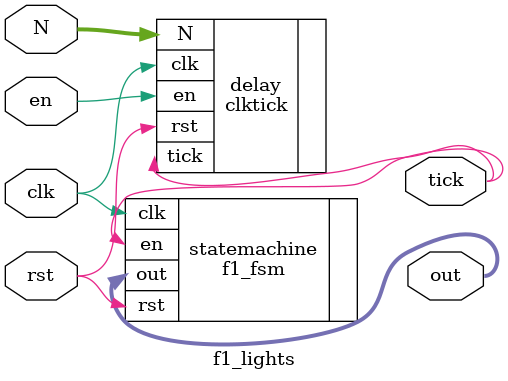
<source format=sv>
module f1_lights #(
    parameter WIDTH = 8,
    parameter C_WIDTH =16
)(
    input  logic             clk,      // clock 
    input  logic             rst,      // reset
    input  logic             en,       // enable signal
    input  logic [C_WIDTH-1:0] N,     	 // clock divided by N+1
    output logic [WIDTH-1:0] out,
    output logic  		     tick    
);

clktick delay (
    .clk (clk),
    .rst (rst),
    .en (en),
    .N (N),
    .tick (tick)
);

f1_fsm statemachine (
    .en (tick),
    .rst (rst),
    .clk (clk),
    .out (out)
    
);

endmodule

</source>
